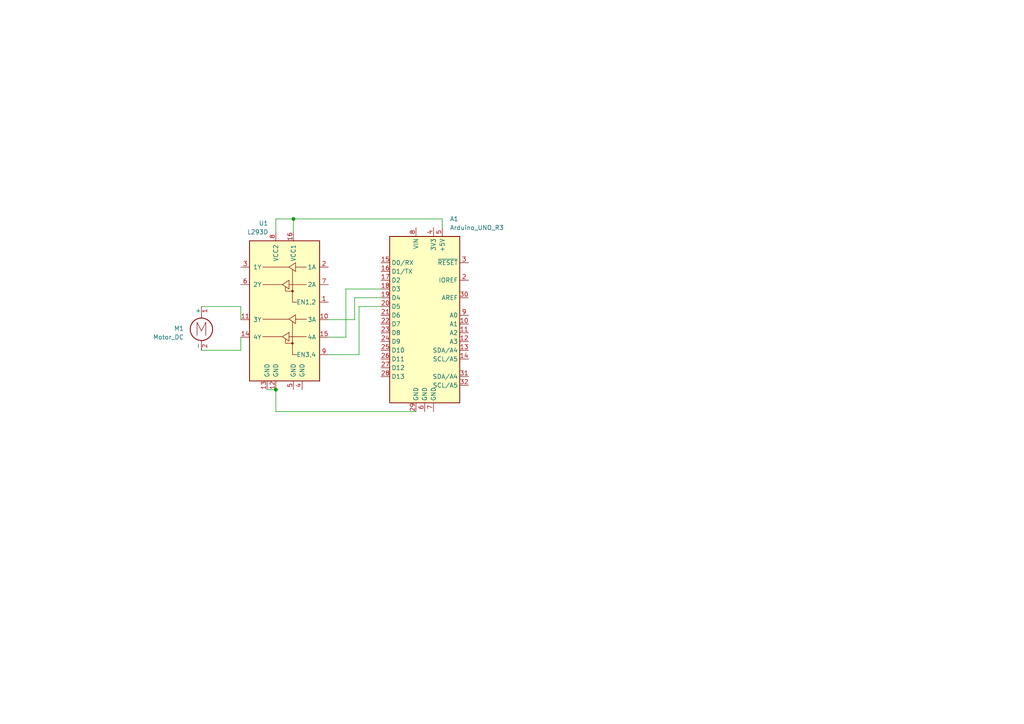
<source format=kicad_sch>
(kicad_sch (version 20230121) (generator eeschema)
  (paper "A4")
  (lib_symbols
    (symbol "Driver_Motor:L293D" (pin_names (offset 1.016))
      (property "Reference" "U" (at -5.08 26.035 0))
      (property "Value" "L293D" (at -5.08 24.13 0))
      (symbol "L293D_0_1"
        (rectangle (start -10.16 22.86) (end 10.16 -17.78) (stroke (width 0.254)) (fill (type background)))
        (circle (center -2.286 -6.858) (radius 0.254) (fill (type outline)))
        (circle (center -2.286 8.255) (radius 0.254) (fill (type outline)))
        (polyline (pts (xy -6.35 -4.953) (xy -1.27 -4.953)))
        (polyline (pts (xy -6.35 0.127) (xy -3.175 0.127)))
        (polyline (pts (xy -6.35 10.16) (xy -1.27 10.16)))
        (polyline (pts (xy -6.35 15.24) (xy -3.175 15.24)))
        (polyline (pts (xy -1.27 0.127) (xy 6.35 0.127)))
        (polyline (pts (xy -1.27 15.24) (xy 6.35 15.24)))
        (polyline (pts (xy 0.635 -4.953) (xy 6.35 -4.953)))
        (polyline (pts (xy 0.635 10.16) (xy 6.35 10.16)))
        (polyline (pts (xy -2.286 -6.858) (xy -0.254 -6.858) (xy -0.254 -5.588)))
        (polyline (pts (xy -2.286 -0.635) (xy -2.286 -10.16) (xy -3.556 -10.16)))
        (polyline (pts (xy -2.286 8.255) (xy -0.254 8.255) (xy -0.254 9.525)))
        (polyline (pts (xy -2.286 14.478) (xy -2.286 5.08) (xy -3.556 5.08)))
        (polyline (pts (xy -3.175 1.397) (xy -3.175 -1.143) (xy -1.27 0.127) (xy -3.175 1.397)))
        (polyline (pts (xy -3.175 16.51) (xy -3.175 13.97) (xy -1.27 15.24) (xy -3.175 16.51)))
        (polyline (pts (xy -1.27 -3.683) (xy -1.27 -6.223) (xy 0.635 -4.953) (xy -1.27 -3.683)))
        (polyline (pts (xy -1.27 11.43) (xy -1.27 8.89) (xy 0.635 10.16) (xy -1.27 11.43)))
      )
      (symbol "L293D_1_1"
        (pin input line (at -12.7 5.08 0) (length 2.54) (name "EN1,2") (number "1"))
        (pin input line (at -12.7 0 0) (length 2.54) (name "3A") (number "10"))
        (pin output line (at 12.7 0 180) (length 2.54) (name "3Y") (number "11"))
        (pin power_in line (at 2.54 -20.32 90) (length 2.54) (name "GND") (number "12"))
        (pin power_in line (at 5.08 -20.32 90) (length 2.54) (name "GND") (number "13"))
        (pin output line (at 12.7 -5.08 180) (length 2.54) (name "4Y") (number "14"))
        (pin input line (at -12.7 -5.08 0) (length 2.54) (name "4A") (number "15"))
        (pin power_in line (at -2.54 25.4 270) (length 2.54) (name "VCC1") (number "16"))
        (pin input line (at -12.7 15.24 0) (length 2.54) (name "1A") (number "2"))
        (pin output line (at 12.7 15.24 180) (length 2.54) (name "1Y") (number "3"))
        (pin power_in line (at -5.08 -20.32 90) (length 2.54) (name "GND") (number "4"))
        (pin power_in line (at -2.54 -20.32 90) (length 2.54) (name "GND") (number "5"))
        (pin output line (at 12.7 10.16 180) (length 2.54) (name "2Y") (number "6"))
        (pin input line (at -12.7 10.16 0) (length 2.54) (name "2A") (number "7"))
        (pin power_in line (at 2.54 25.4 270) (length 2.54) (name "VCC2") (number "8"))
        (pin input line (at -12.7 -10.16 0) (length 2.54) (name "EN3,4") (number "9"))
      )
    )
    (symbol "MCU_Module:Arduino_UNO_R3"
      (property "Reference" "A" (at -10.16 23.495 0))
      (property "Value" "Arduino_UNO_R3" (at 5.08 -26.67 0))
      (symbol "Arduino_UNO_R3_0_1"
        (rectangle (start -10.16 22.86) (end 10.16 -25.4) (stroke (width 0.254)) (fill (type background)))
      )
      (symbol "Arduino_UNO_R3_1_1"
        (pin no_connect line (at -10.16 -20.32 0) (length 2.54) hide (name "NC") (number "1"))
        (pin bidirectional line (at 12.7 -2.54 180) (length 2.54) (name "A1") (number "10"))
        (pin bidirectional line (at 12.7 -5.08 180) (length 2.54) (name "A2") (number "11"))
        (pin bidirectional line (at 12.7 -7.62 180) (length 2.54) (name "A3") (number "12"))
        (pin bidirectional line (at 12.7 -10.16 180) (length 2.54) (name "SDA/A4") (number "13"))
        (pin bidirectional line (at 12.7 -12.7 180) (length 2.54) (name "SCL/A5") (number "14"))
        (pin bidirectional line (at -12.7 15.24 0) (length 2.54) (name "D0/RX") (number "15"))
        (pin bidirectional line (at -12.7 12.7 0) (length 2.54) (name "D1/TX") (number "16"))
        (pin bidirectional line (at -12.7 10.16 0) (length 2.54) (name "D2") (number "17"))
        (pin bidirectional line (at -12.7 7.62 0) (length 2.54) (name "D3") (number "18"))
        (pin bidirectional line (at -12.7 5.08 0) (length 2.54) (name "D4") (number "19"))
        (pin output line (at 12.7 10.16 180) (length 2.54) (name "IOREF") (number "2"))
        (pin bidirectional line (at -12.7 2.54 0) (length 2.54) (name "D5") (number "20"))
        (pin bidirectional line (at -12.7 0 0) (length 2.54) (name "D6") (number "21"))
        (pin bidirectional line (at -12.7 -2.54 0) (length 2.54) (name "D7") (number "22"))
        (pin bidirectional line (at -12.7 -5.08 0) (length 2.54) (name "D8") (number "23"))
        (pin bidirectional line (at -12.7 -7.62 0) (length 2.54) (name "D9") (number "24"))
        (pin bidirectional line (at -12.7 -10.16 0) (length 2.54) (name "D10") (number "25"))
        (pin bidirectional line (at -12.7 -12.7 0) (length 2.54) (name "D11") (number "26"))
        (pin bidirectional line (at -12.7 -15.24 0) (length 2.54) (name "D12") (number "27"))
        (pin bidirectional line (at -12.7 -17.78 0) (length 2.54) (name "D13") (number "28"))
        (pin power_in line (at -2.54 -27.94 90) (length 2.54) (name "GND") (number "29"))
        (pin input line (at 12.7 15.24 180) (length 2.54) (name "~{RESET}") (number "3"))
        (pin input line (at 12.7 5.08 180) (length 2.54) (name "AREF") (number "30"))
        (pin bidirectional line (at 12.7 -17.78 180) (length 2.54) (name "SDA/A4") (number "31"))
        (pin bidirectional line (at 12.7 -20.32 180) (length 2.54) (name "SCL/A5") (number "32"))
        (pin power_out line (at 2.54 25.4 270) (length 2.54) (name "3V3") (number "4"))
        (pin power_out line (at 5.08 25.4 270) (length 2.54) (name "+5V") (number "5"))
        (pin power_in line (at 0 -27.94 90) (length 2.54) (name "GND") (number "6"))
        (pin power_in line (at 2.54 -27.94 90) (length 2.54) (name "GND") (number "7"))
        (pin power_in line (at -2.54 25.4 270) (length 2.54) (name "VIN") (number "8"))
        (pin bidirectional line (at 12.7 0 180) (length 2.54) (name "A0") (number "9"))
      )
    )
    (symbol "Motor:Motor_DC" (pin_names (offset 0))
      (property "Reference" "M" (at 2.54 2.54 0))
      (property "Value" "Motor_DC" (at 2.54 -5.08 0))
      (symbol "Motor_DC_0_0"
        (polyline (pts (xy -1.27 -3.302) (xy -1.27 0.508) (xy 0 -2.032) (xy 1.27 0.508) (xy 1.27 -3.302)))
      )
      (symbol "Motor_DC_0_1"
        (circle (center 0 -1.524) (radius 3.2512) (stroke (width 0.254)))
        (polyline (pts (xy 0 -7.62) (xy 0 -7.112)))
        (polyline (pts (xy 0 -4.7752) (xy 0 -5.1816)))
        (polyline (pts (xy 0 1.7272) (xy 0 2.0828)))
        (polyline (pts (xy 0 2.032) (xy 0 2.54)))
      )
      (symbol "Motor_DC_1_1"
        (pin passive line (at 0 5.08 270) (length 2.54) (name "+") (number "1"))
        (pin passive line (at 0 -7.62 90) (length 2.54) (name "-") (number "2"))
      )
    )
  )
  (junction (at 80.01 113.03))
  (junction (at 85.09 63.5))
  (wire (pts (xy 120.65 119.38) (xy 80.01 119.38)))
  (wire (pts (xy 80.01 63.5) (xy 80.01 67.31)))
  (wire (pts (xy 58.42 101.6) (xy 69.85 101.6)))
  (wire (pts (xy 100.33 83.82) (xy 110.49 83.82)))
  (wire (pts (xy 102.87 86.36) (xy 110.49 86.36)))
  (wire (pts (xy 77.47 113.03) (xy 80.01 113.03)))
  (wire (pts (xy 95.25 102.87) (xy 104.14 102.87)))
  (wire (pts (xy 104.14 102.87) (xy 104.14 88.9)))
  (wire (pts (xy 95.25 97.79) (xy 100.33 97.79)))
  (wire (pts (xy 85.09 67.31) (xy 85.09 63.5)))
  (wire (pts (xy 69.85 88.9) (xy 69.85 92.71)))
  (wire (pts (xy 128.27 63.5) (xy 85.09 63.5)))
  (wire (pts (xy 85.09 63.5) (xy 80.01 63.5)))
  (wire (pts (xy 58.42 88.9) (xy 69.85 88.9)))
  (wire (pts (xy 104.14 88.9) (xy 110.49 88.9)))
  (wire (pts (xy 95.25 92.71) (xy 102.87 92.71)))
  (wire (pts (xy 69.85 101.6) (xy 69.85 97.79)))
  (wire (pts (xy 100.33 97.79) (xy 100.33 83.82)))
  (wire (pts (xy 102.87 92.71) (xy 102.87 86.36)))
  (wire (pts (xy 80.01 119.38) (xy 80.01 113.03)))
  (wire (pts (xy 128.27 66.04) (xy 128.27 63.5)))
  (symbol (lib_id "MCU_Module:Arduino_UNO_R3") (at 123.19 91.44 0) (unit 1)
    (property "Reference" "A1" (at 130.4641 63.5 0) (effects (justify left)))
    (property "Value" "Arduino_UNO_R3" (at 130.4641 66.04 0) (effects (justify left)))
    (property "Footprint" "Module:Arduino_UNO_R3" (effects hide))
    (property "Datasheet" "https://www.arduino.cc/en/Main/arduinoBoardUno" (effects hide))
  )
  (symbol (lib_id "Motor:Motor_DC") (at 58.42 93.98 0) (mirror y) (unit 1)
    (property "Reference" "M1" (at 53.34 95.25 0) (effects (justify left)))
    (property "Value" "Motor_DC" (at 53.34 97.79 0) (effects (justify left)))
  )
  (symbol (lib_id "Driver_Motor:L293D") (at 82.55 92.71 0) (mirror y) (unit 1)
    (property "Reference" "U1" (at 77.8159 64.77 0) (effects (justify left)))
    (property "Value" "L293D" (at 77.8159 67.31 0) (effects (justify left)))
    (property "Footprint" "Package_DIP:DIP-16_W7.62mm" (effects hide))
    (property "Datasheet" "http://www.ti.com/lit/ds/symlink/l293.pdf" (effects hide))
  )
)
</source>
